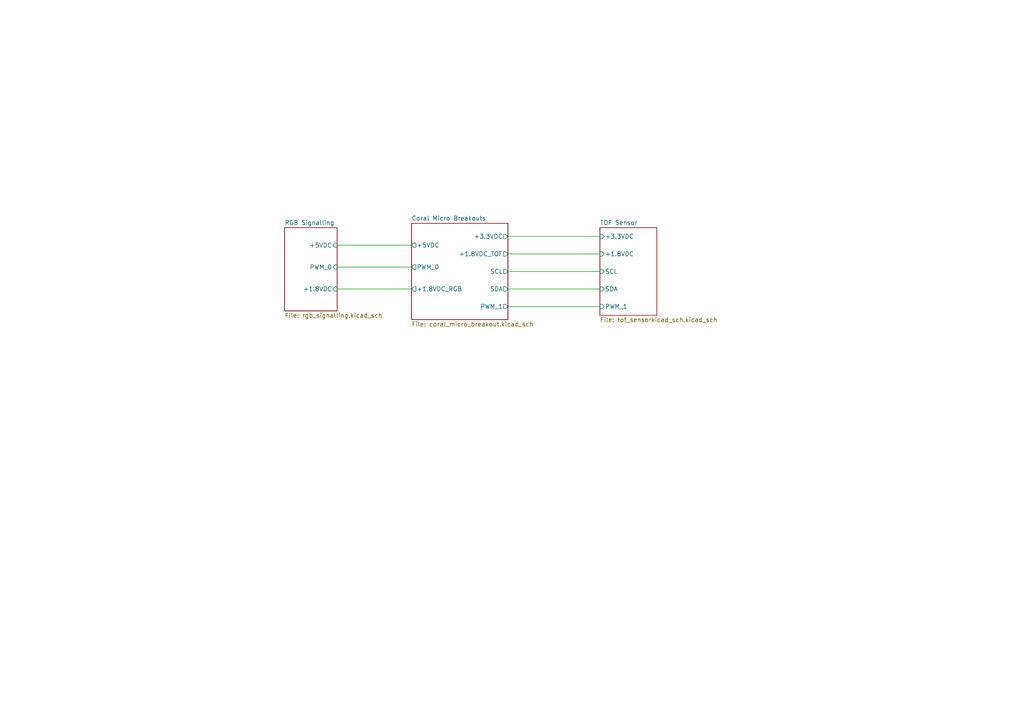
<source format=kicad_sch>
(kicad_sch
	(version 20231120)
	(generator "eeschema")
	(generator_version "8.0")
	(uuid "f7edb1cc-a42a-4cc0-9a6f-d9bd2b944353")
	(paper "A4")
	(title_block
		(title "EDGE HUMAN DETECTION BOARD")
		(rev "0.0.0")
	)
	(lib_symbols)
	(wire
		(pts
			(xy 97.79 71.12) (xy 119.38 71.12)
		)
		(stroke
			(width 0)
			(type default)
		)
		(uuid "00cdf506-8bef-40b5-8c0a-2f0181407310")
	)
	(wire
		(pts
			(xy 97.79 77.47) (xy 119.38 77.47)
		)
		(stroke
			(width 0)
			(type default)
		)
		(uuid "573e58e4-801f-4898-a4bf-9ac022854f61")
	)
	(wire
		(pts
			(xy 97.79 83.82) (xy 119.38 83.82)
		)
		(stroke
			(width 0)
			(type default)
		)
		(uuid "676ede3a-a92e-48c1-bfbe-ad9fb6bb74e8")
	)
	(wire
		(pts
			(xy 147.32 68.58) (xy 173.99 68.58)
		)
		(stroke
			(width 0)
			(type default)
		)
		(uuid "6ef817fe-096a-46b3-add9-a32d2e30c44e")
	)
	(wire
		(pts
			(xy 147.32 78.74) (xy 173.99 78.74)
		)
		(stroke
			(width 0)
			(type default)
		)
		(uuid "6f592307-2aa7-4bfb-92e7-a6df58b14657")
	)
	(wire
		(pts
			(xy 147.32 73.66) (xy 173.99 73.66)
		)
		(stroke
			(width 0)
			(type default)
		)
		(uuid "982a3a72-c7f5-4950-bc45-6a8c5d275179")
	)
	(wire
		(pts
			(xy 147.32 88.9) (xy 173.99 88.9)
		)
		(stroke
			(width 0)
			(type default)
		)
		(uuid "aab545ca-6ad7-40be-b8ae-e890bacd99e2")
	)
	(wire
		(pts
			(xy 147.32 83.82) (xy 173.99 83.82)
		)
		(stroke
			(width 0)
			(type default)
		)
		(uuid "f46e7be8-ae92-47dc-8a9c-006bfc05c289")
	)
	(sheet
		(at 82.55 66.04)
		(size 15.24 24.13)
		(fields_autoplaced yes)
		(stroke
			(width 0.1524)
			(type solid)
		)
		(fill
			(color 0 0 0 0.0000)
		)
		(uuid "381303fc-36c2-4b05-8887-9e7cf2e23d0c")
		(property "Sheetname" "RGB Signalling"
			(at 82.55 65.3284 0)
			(effects
				(font
					(size 1.27 1.27)
				)
				(justify left bottom)
			)
		)
		(property "Sheetfile" "rgb_signalling.kicad_sch"
			(at 82.55 90.7546 0)
			(effects
				(font
					(size 1.27 1.27)
				)
				(justify left top)
			)
		)
		(pin "+5VDC" input
			(at 97.79 71.12 0)
			(effects
				(font
					(size 1.27 1.27)
				)
				(justify right)
			)
			(uuid "b06e8982-c193-47ca-88ee-e9b2713cc27c")
		)
		(pin "PWM_0" input
			(at 97.79 77.47 0)
			(effects
				(font
					(size 1.27 1.27)
				)
				(justify right)
			)
			(uuid "2c2d4b85-6dce-4de0-8e83-717eac61219b")
		)
		(pin "+1.8VDC" input
			(at 97.79 83.82 0)
			(effects
				(font
					(size 1.27 1.27)
				)
				(justify right)
			)
			(uuid "e895d403-dd5d-40f7-9178-c4b3f2ca33e6")
		)
		(instances
			(project "edge_human_detection_board"
				(path "/f7edb1cc-a42a-4cc0-9a6f-d9bd2b944353"
					(page "3")
				)
			)
		)
	)
	(sheet
		(at 119.38 64.77)
		(size 27.94 27.94)
		(fields_autoplaced yes)
		(stroke
			(width 0.1524)
			(type solid)
		)
		(fill
			(color 0 0 0 0.0000)
		)
		(uuid "72abfcf8-e097-478e-98cf-ce55e9cba7c4")
		(property "Sheetname" "Coral Micro Breakouts"
			(at 119.38 64.0584 0)
			(effects
				(font
					(size 1.27 1.27)
				)
				(justify left bottom)
			)
		)
		(property "Sheetfile" "coral_micro_breakout.kicad_sch"
			(at 119.38 93.2946 0)
			(effects
				(font
					(size 1.27 1.27)
				)
				(justify left top)
			)
		)
		(pin "+3.3VDC" output
			(at 147.32 68.58 0)
			(effects
				(font
					(size 1.27 1.27)
				)
				(justify right)
			)
			(uuid "77f3194e-6ef7-4c31-ac77-7949b5aba1c5")
		)
		(pin "SCL" output
			(at 147.32 78.74 0)
			(effects
				(font
					(size 1.27 1.27)
				)
				(justify right)
			)
			(uuid "75ca7258-b41d-4346-bb24-c37afc19e995")
		)
		(pin "SDA" output
			(at 147.32 83.82 0)
			(effects
				(font
					(size 1.27 1.27)
				)
				(justify right)
			)
			(uuid "636caa10-766f-4c77-996e-e8ae89b67852")
		)
		(pin "+5VDC" output
			(at 119.38 71.12 180)
			(effects
				(font
					(size 1.27 1.27)
				)
				(justify left)
			)
			(uuid "3970d4c5-959f-4086-a663-f516b339a5d2")
		)
		(pin "+1.8VDC_TOF" output
			(at 147.32 73.66 0)
			(effects
				(font
					(size 1.27 1.27)
				)
				(justify right)
			)
			(uuid "1ca32843-12b2-4167-b3ae-4158134e496c")
		)
		(pin "PWM_1" output
			(at 147.32 88.9 0)
			(effects
				(font
					(size 1.27 1.27)
				)
				(justify right)
			)
			(uuid "27029a87-c0b1-490f-b5e6-23c6ca581e58")
		)
		(pin "PWM_0" output
			(at 119.38 77.47 180)
			(effects
				(font
					(size 1.27 1.27)
				)
				(justify left)
			)
			(uuid "d7d132c5-5999-478c-9572-39969c269be7")
		)
		(pin "+1.8VDC_RGB" output
			(at 119.38 83.82 180)
			(effects
				(font
					(size 1.27 1.27)
				)
				(justify left)
			)
			(uuid "adac3925-7d95-41f5-b069-a078d1604fec")
		)
		(instances
			(project "edge_human_detection_board"
				(path "/f7edb1cc-a42a-4cc0-9a6f-d9bd2b944353"
					(page "2")
				)
			)
		)
	)
	(sheet
		(at 173.99 66.04)
		(size 16.51 25.4)
		(fields_autoplaced yes)
		(stroke
			(width 0.1524)
			(type solid)
		)
		(fill
			(color 0 0 0 0.0000)
		)
		(uuid "74857e1b-d607-48d9-8b82-96dfc41384b6")
		(property "Sheetname" "TOF Sensor"
			(at 173.99 65.3284 0)
			(effects
				(font
					(size 1.27 1.27)
				)
				(justify left bottom)
			)
		)
		(property "Sheetfile" "tof_sensorkicad_sch.kicad_sch"
			(at 173.99 92.0246 0)
			(effects
				(font
					(size 1.27 1.27)
				)
				(justify left top)
			)
		)
		(pin "PWM_1" input
			(at 173.99 88.9 180)
			(effects
				(font
					(size 1.27 1.27)
				)
				(justify left)
			)
			(uuid "a08a5b6a-16e2-455b-a881-af5d67c67490")
		)
		(pin "+1.8VDC" input
			(at 173.99 73.66 180)
			(effects
				(font
					(size 1.27 1.27)
				)
				(justify left)
			)
			(uuid "cd2ef5a3-2c10-4556-8a8f-5b87636cfd9d")
		)
		(pin "SDA" input
			(at 173.99 83.82 180)
			(effects
				(font
					(size 1.27 1.27)
				)
				(justify left)
			)
			(uuid "dd1d8abb-3e13-4e07-9f98-d0c024240aae")
		)
		(pin "+3.3VDC" input
			(at 173.99 68.58 180)
			(effects
				(font
					(size 1.27 1.27)
				)
				(justify left)
			)
			(uuid "beb5d395-cb6d-4e90-b35c-1e6dbbf26aa8")
		)
		(pin "SCL" input
			(at 173.99 78.74 180)
			(effects
				(font
					(size 1.27 1.27)
				)
				(justify left)
			)
			(uuid "ceb197be-4810-4d5a-a5de-ca0e963aa490")
		)
		(instances
			(project "edge_human_detection_board"
				(path "/f7edb1cc-a42a-4cc0-9a6f-d9bd2b944353"
					(page "4")
				)
			)
		)
	)
	(sheet_instances
		(path "/"
			(page "1")
		)
	)
)

</source>
